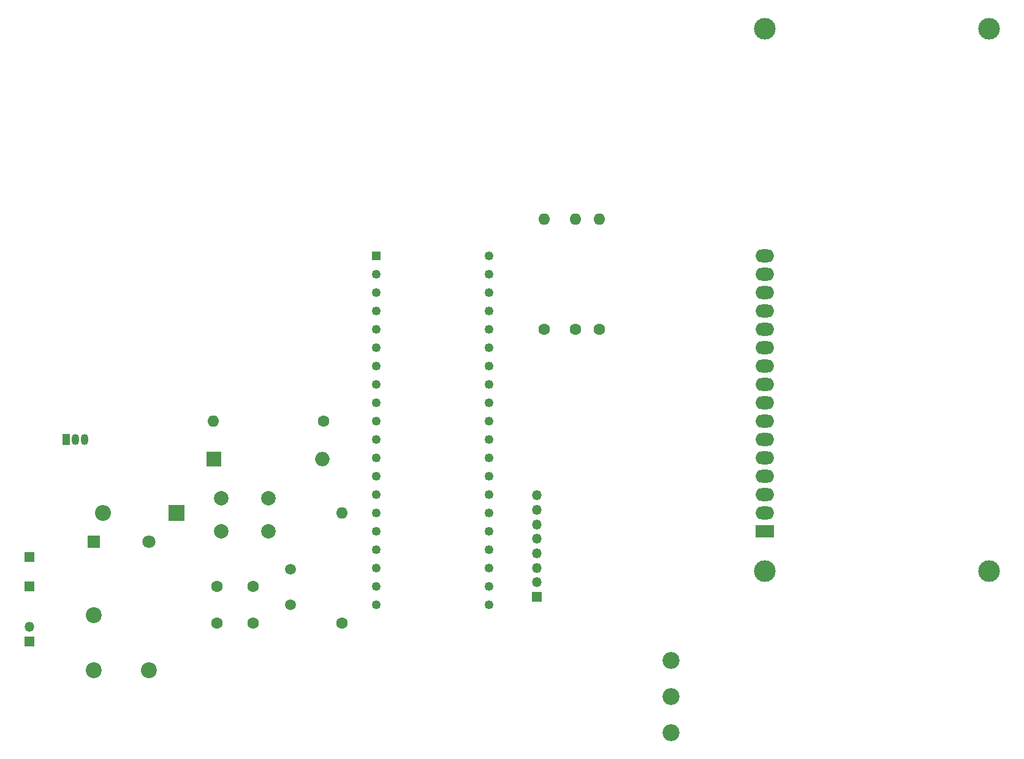
<source format=gbr>
%TF.GenerationSoftware,KiCad,Pcbnew,7.0.2*%
%TF.CreationDate,2023-06-03T11:17:19+05:30*%
%TF.ProjectId,gerb,67657262-2e6b-4696-9361-645f70636258,rev?*%
%TF.SameCoordinates,Original*%
%TF.FileFunction,Soldermask,Bot*%
%TF.FilePolarity,Negative*%
%FSLAX46Y46*%
G04 Gerber Fmt 4.6, Leading zero omitted, Abs format (unit mm)*
G04 Created by KiCad (PCBNEW 7.0.2) date 2023-06-03 11:17:19*
%MOMM*%
%LPD*%
G01*
G04 APERTURE LIST*
%ADD10C,2.000000*%
%ADD11C,1.600000*%
%ADD12O,1.600000X1.600000*%
%ADD13C,2.340000*%
%ADD14C,3.000000*%
%ADD15R,2.600000X1.800000*%
%ADD16O,2.600000X1.800000*%
%ADD17R,1.250000X1.250000*%
%ADD18C,1.250000*%
%ADD19R,1.350000X1.350000*%
%ADD20O,1.350000X1.350000*%
%ADD21C,2.200000*%
%ADD22R,1.800000X1.800000*%
%ADD23C,1.800000*%
%ADD24R,2.000000X2.000000*%
%ADD25O,2.000000X2.000000*%
%ADD26C,1.500000*%
%ADD27R,2.200000X2.200000*%
%ADD28O,2.200000X2.200000*%
%ADD29R,1.050000X1.500000*%
%ADD30O,1.050000X1.500000*%
G04 APERTURE END LIST*
D10*
%TO.C,SW1*%
X91440000Y-99060000D03*
X84940000Y-99060000D03*
X91440000Y-94560000D03*
X84940000Y-94560000D03*
%TD*%
D11*
%TO.C,R5*%
X133890000Y-71120000D03*
D12*
X133890000Y-55880000D03*
%TD*%
D11*
%TO.C,C2*%
X89360000Y-106720000D03*
X84360000Y-106720000D03*
%TD*%
%TO.C,R4*%
X129540000Y-71120000D03*
D12*
X129540000Y-55880000D03*
%TD*%
D11*
%TO.C,R7*%
X99060000Y-83820000D03*
D12*
X83820000Y-83820000D03*
%TD*%
D11*
%TO.C,R6*%
X137160000Y-71120000D03*
D12*
X137160000Y-55880000D03*
%TD*%
D13*
%TO.C,RV1*%
X147060000Y-116920000D03*
X147060000Y-121920000D03*
X147060000Y-126920000D03*
%TD*%
D14*
%TO.C,DS1*%
X160020000Y-104559100D03*
X191020700Y-104559100D03*
X191020700Y-29560520D03*
X160020000Y-29560000D03*
D15*
X160020000Y-99060000D03*
D16*
X160020000Y-96520000D03*
X160020000Y-93980000D03*
X160020000Y-91440000D03*
X160020000Y-88900000D03*
X160020000Y-86360000D03*
X160020000Y-83820000D03*
X160020000Y-81280000D03*
X160020000Y-78740000D03*
X160020000Y-76200000D03*
X160020000Y-73660000D03*
X160020000Y-71120000D03*
X160020000Y-68580000D03*
X160020000Y-66040000D03*
X160020000Y-63500000D03*
X160020000Y-60960000D03*
%TD*%
D17*
%TO.C,U1*%
X106362000Y-60960000D03*
D18*
X106362000Y-63500000D03*
X106362000Y-66040000D03*
X106362000Y-68580000D03*
X106362000Y-71120000D03*
X106362000Y-73660000D03*
X106362000Y-76200000D03*
X106362000Y-78740000D03*
X106362000Y-81280000D03*
X106362000Y-83820000D03*
X106362000Y-86360000D03*
X106362000Y-88900000D03*
X106362000Y-91440000D03*
X106362000Y-93980000D03*
X106362000Y-96520000D03*
X106362000Y-99060000D03*
X106362000Y-101600000D03*
X106362000Y-104140000D03*
X106362000Y-106680000D03*
X106362000Y-109220000D03*
X121920000Y-109220000D03*
X121920000Y-106680000D03*
X121920000Y-104140000D03*
X121920000Y-101600000D03*
X121920000Y-99060000D03*
X121920000Y-96520000D03*
X121920000Y-93980000D03*
X121920000Y-91440000D03*
X121920000Y-88900000D03*
X121920000Y-86360000D03*
X121920000Y-83820000D03*
X121920000Y-81280000D03*
X121920000Y-78740000D03*
X121920000Y-76200000D03*
X121920000Y-73660000D03*
X121920000Y-71120000D03*
X121920000Y-68580000D03*
X121920000Y-66040000D03*
X121920000Y-63500000D03*
X121920000Y-60960000D03*
%TD*%
D19*
%TO.C,J4*%
X58420000Y-106680000D03*
%TD*%
%TO.C,J2*%
X58420000Y-114300000D03*
D20*
X58420000Y-112300000D03*
%TD*%
D19*
%TO.C,J3*%
X58420000Y-102630000D03*
%TD*%
D21*
%TO.C,K1*%
X67362500Y-110682500D03*
X74982500Y-118302500D03*
X67362500Y-118302500D03*
D22*
X67362500Y-100522500D03*
D23*
X74982500Y-100522500D03*
%TD*%
D24*
%TO.C,C3*%
X83940000Y-89142500D03*
D25*
X98940000Y-89142500D03*
%TD*%
D11*
%TO.C,C1*%
X89360000Y-111800000D03*
X84360000Y-111800000D03*
%TD*%
%TO.C,R1*%
X101600000Y-111760000D03*
D12*
X101600000Y-96520000D03*
%TD*%
D26*
%TO.C,Y1*%
X94520000Y-109220000D03*
X94520000Y-104320000D03*
%TD*%
D19*
%TO.C,J1*%
X128540000Y-108140000D03*
D20*
X128540000Y-106140000D03*
X128540000Y-104140000D03*
X128540000Y-102140000D03*
X128540000Y-100140000D03*
X128540000Y-98140000D03*
X128540000Y-96140000D03*
X128540000Y-94140000D03*
%TD*%
D27*
%TO.C,D1*%
X78740000Y-96520000D03*
D28*
X68580000Y-96520000D03*
%TD*%
D29*
%TO.C,Q2*%
X63500000Y-86360000D03*
D30*
X64770000Y-86360000D03*
X66040000Y-86360000D03*
%TD*%
M02*

</source>
